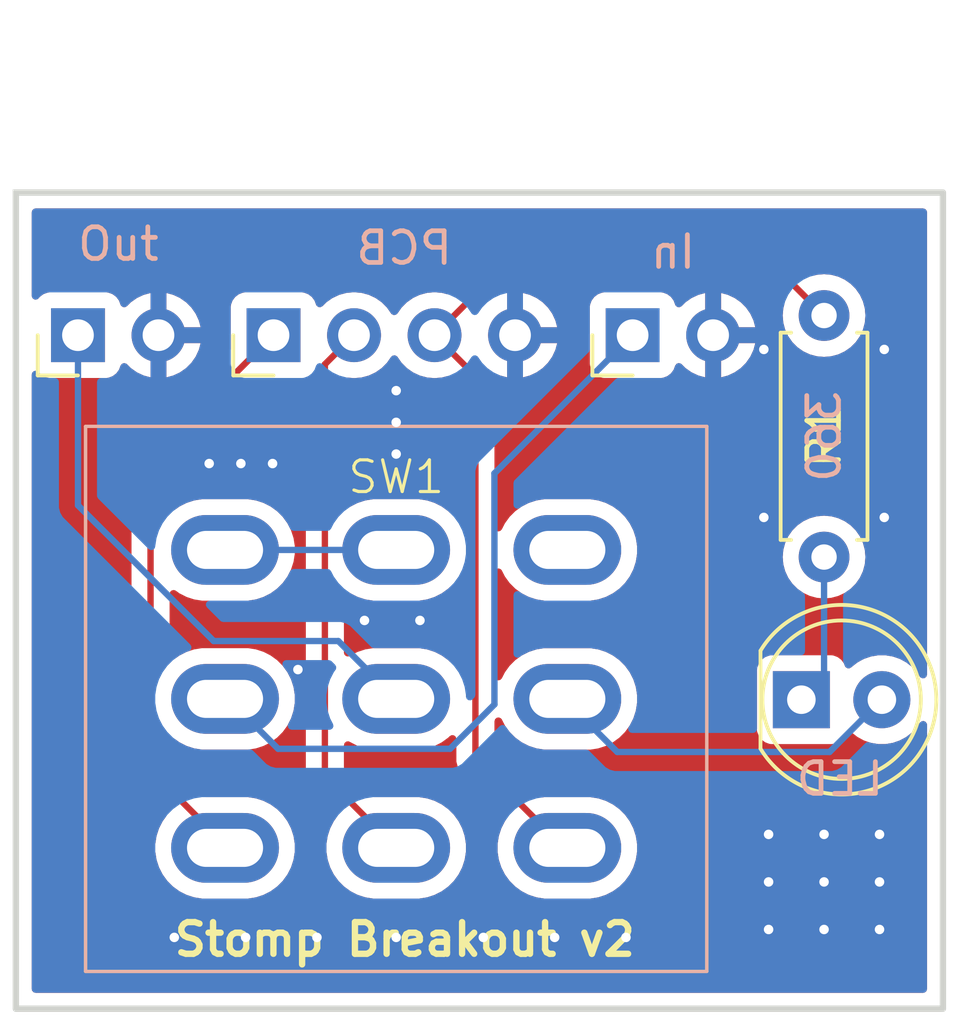
<source format=kicad_pcb>
(kicad_pcb (version 20240108) (generator "pcbnew") (generator_version "8.0")
  (layers (0 "F.Cu" signal) (31 "B.Cu" signal) (34 "B.Paste" user) (35 "F.Paste" user) (36 "B.SilkS" user "B.Silkscreen") (37 "F.SilkS" user "F.Silkscreen") (38 "B.Mask" user) (39 "F.Mask" user) (44 "Edge.Cuts" user))
  (net 0 "")
  (net 1 "Net-(D1-A)")
  (net 2 "Net-(D1-K)")
  (net 3 "Net-(J1-Pin_1)")
  (net 4 "Net-(J2-Pin_1)")
  (net 5 "Net-(J3-Pin_1)")
  (net 6 "Net-(J3-Pin_3)")
  (net 7 "Net-(J3-Pin_2)")
  (net 8 "Net-(SW1-Pad1)")
  (net 10 "GND")
  (footprint "custom library:3PDT Stomp Switch" (layer "F.Cu") (at 158 83.225)
    (property "Reference" "SW1" (at 0 -7 0) (layer "F.SilkS") (effects (font (thickness 0.1))))
    (property "Value" "SW_3PDT" (hide yes))
    (fp_line (start -9.8 -8.6) (end -9.8 8.6) (stroke (width 0.1)) (layer "B.SilkS"))
    (fp_line (start -9.8 -8.6) (end 9.8 -8.6) (stroke (width 0.1)) (layer "B.SilkS"))
    (fp_line (start -9.8 8.6) (end 9.8 8.6) (stroke (width 0.1)) (layer "B.SilkS"))
    (fp_line (start 9.8 -8.6) (end 9.8 8.6) (stroke (width 0.1)) (layer "B.SilkS"))
    (fp_line (start -9.8 -8.6) (end -9.8 8.6) (stroke (width 0.1)) (layer "F.SilkS"))
    (fp_line (start -9.8 -8.6) (end 9.8 -8.6) (stroke (width 0.1)) (layer "F.SilkS"))
    (fp_line (start -9.8 8.6) (end 9.8 8.6) (stroke (width 0.1)) (layer "F.SilkS"))
    (fp_line (start 9.8 -8.6) (end 9.8 8.6) (stroke (width 0.1)) (layer "F.SilkS"))
    (pad "1" thru_hole oval (at -5.4 -4.7) (size 3.4 2.2) (drill oval 2.4 1.2) (layers "*.Cu" "*.Mask") (net 8 "Net-(SW1-Pad1)"))
    (pad "2" thru_hole oval (at 0 -4.7) (size 3.4 2.2) (drill oval 2.4 1.2) (layers "*.Cu" "*.Mask") (net 8 "Net-(SW1-Pad1)"))
    (pad "3" thru_hole oval (at 5.4 -4.7) (size 3.4 2.2) (drill oval 2.4 1.2) (layers "*.Cu" "*.Mask"))
    (pad "4" thru_hole oval (at -5.4 0) (size 3.4 2.2) (drill oval 2.4 1.2) (layers "*.Cu" "*.Mask") (net 3 "Net-(J1-Pin_1)"))
    (pad "5" thru_hole oval (at 0 0) (size 3.4 2.2) (drill oval 2.4 1.2) (layers "*.Cu" "*.Mask") (net 4 "Net-(J2-Pin_1)"))
    (pad "6" thru_hole oval (at 5.4 0) (size 3.4 2.2) (drill oval 2.4 1.2) (layers "*.Cu" "*.Mask") (net 1 "Net-(D1-A)"))
    (pad "7" thru_hole oval (at -5.4 4.7) (size 3.4 2.2) (drill oval 2.4 1.2) (layers "*.Cu" "*.Mask") (net 5 "Net-(J3-Pin_1)"))
    (pad "8" thru_hole oval (at 0 4.7) (size 3.4 2.2) (drill oval 2.4 1.2) (layers "*.Cu" "*.Mask") (net 7 "Net-(J3-Pin_2)"))
    (pad "9" thru_hole oval (at 5.4 4.7) (size 3.4 2.2) (drill oval 2.4 1.2) (layers "*.Cu" "*.Mask") (net 6 "Net-(J3-Pin_3)"))
  )
  (footprint "Connector_PinHeader_2.54mm:PinHeader_1x02_P2.54mm_Horizontal" (layer "F.Cu") (at 165.46 71.75 90)
    (property "Reference" "J1" (hide yes))
    (property "Value" "In" (at 2.625 1.275 0) (layer "B.SilkS") (effects (justify mirror)))
    (fp_line (start -1.27 -1.27) (end 0 -1.27) (stroke (width 0.12)) (layer "F.SilkS"))
    (fp_line (start -1.27 0) (end -1.27 -1.27) (stroke (width 0.12)) (layer "F.SilkS"))
    (pad "1" thru_hole rect (at 0 0 90) (size 1.7 1.7) (drill 1) (layers "*.Cu" "*.Mask") (net 3 "Net-(J1-Pin_1)"))
    (pad "2" thru_hole oval (at 0 2.54 90) (size 1.7 1.7) (drill 1) (layers "*.Cu" "*.Mask") (net 10 "GND"))
  )
  (footprint "Resistor_THT:R_Axial_DIN0207_L6.3mm_D2.5mm_P7.62mm_Horizontal" (layer "F.Cu") (at 171.5 78.75 90)
    (property "Reference" "R1" (at 3.81 0 90) (layer "F.SilkS"))
    (property "Value" "360" (at 3.81 0 90) (layer "B.SilkS") (effects (justify mirror)))
    (fp_line (start 7.08 -1.37) (end 7.08 -1.04) (stroke (width 0.12)) (layer "F.SilkS"))
    (fp_line (start 0.54 -1.37) (end 7.08 -1.37) (stroke (width 0.12)) (layer "F.SilkS"))
    (fp_line (start 0.54 -1.04) (end 0.54 -1.37) (stroke (width 0.12)) (layer "F.SilkS"))
    (fp_line (start 0.54 1.04) (end 0.54 1.37) (stroke (width 0.12)) (layer "F.SilkS"))
    (fp_line (start 7.08 1.37) (end 7.08 1.04) (stroke (width 0.12)) (layer "F.SilkS"))
    (fp_line (start 0.54 1.37) (end 7.08 1.37) (stroke (width 0.12)) (layer "F.SilkS"))
    (pad "1" thru_hole circle (at 0 0 90) (size 1.6 1.6) (drill 0.8) (layers "*.Cu" "*.Mask") (net 2 "Net-(D1-K)"))
    (pad "2" thru_hole oval (at 7.62 0 90) (size 1.6 1.6) (drill 0.8) (layers "*.Cu" "*.Mask") (net 6 "Net-(J3-Pin_3)"))
  )
  (footprint "Connector_PinHeader_2.54mm:PinHeader_1x02_P2.54mm_Horizontal" (layer "F.Cu") (at 147.96 71.75 90)
    (property "Reference" "J2" (hide yes))
    (property "Value" "Out" (at 2.875 1.275 0) (layer "B.SilkS"))
    (fp_line (start -1.27 -1.27) (end 0 -1.27) (stroke (width 0.12)) (layer "F.SilkS"))
    (fp_line (start -1.27 0) (end -1.27 -1.27) (stroke (width 0.12)) (layer "F.SilkS"))
    (pad "1" thru_hole rect (at 0 0 90) (size 1.7 1.7) (drill 1) (layers "*.Cu" "*.Mask") (net 4 "Net-(J2-Pin_1)"))
    (pad "2" thru_hole oval (at 0 2.54 90) (size 1.7 1.7) (drill 1) (layers "*.Cu" "*.Mask") (net 10 "GND"))
  )
  (footprint "Connector_PinHeader_2.54mm:PinHeader_1x04_P2.54mm_Horizontal" (layer "F.Cu") (at 154.13 71.75 90)
    (property "Reference" "J3" (hide yes))
    (property "Value" "PCB" (at 2.75 4.12 180) (layer "B.SilkS") (effects (justify mirror)))
    (fp_line (start -1.27 -1.27) (end 0 -1.27) (stroke (width 0.12)) (layer "F.SilkS"))
    (fp_line (start -1.27 0) (end -1.27 -1.27) (stroke (width 0.12)) (layer "F.SilkS"))
    (pad "1" thru_hole rect (at 0 0 90) (size 1.7 1.7) (drill 1) (layers "*.Cu" "*.Mask") (net 5 "Net-(J3-Pin_1)"))
    (pad "2" thru_hole oval (at 0 2.54 90) (size 1.7 1.7) (drill 1) (layers "*.Cu" "*.Mask") (net 7 "Net-(J3-Pin_2)"))
    (pad "3" thru_hole oval (at 0 5.08 90) (size 1.7 1.7) (drill 1) (layers "*.Cu" "*.Mask") (net 6 "Net-(J3-Pin_3)"))
    (pad "4" thru_hole oval (at 0 7.62 90) (size 1.7 1.7) (drill 1) (layers "*.Cu" "*.Mask") (net 10 "GND"))
  )
  (footprint "LED_THT:LED_D5.0mm" (layer "F.Cu") (at 170.784236 83.25)
    (property "Reference" "D1" (hide yes))
    (property "Value" "LED" (at 1.215764 2.5 0) (layer "B.SilkS") (effects (justify mirror)))
    (fp_line (start -1.29 -1.545) (end -1.29 1.545) (stroke (width 0.12)) (layer "F.SilkS"))
    (fp_arc (start -1.29 -1.54483) (mid 2.072002 -2.880433) (end 4.26 0.000462) (stroke (width 0.12)) (layer "F.SilkS"))
    (fp_arc (start 4.26 -0.000462) (mid 2.072002 2.880433) (end -1.29 1.54483) (stroke (width 0.12)) (layer "F.SilkS"))
    (fp_circle (center 1.27 0) (end 3.77 0) (stroke (width 0.12)) (fill none) (layer "F.SilkS"))
    (pad "1" thru_hole rect (at 0 0) (size 1.8 1.8) (drill 0.9) (layers "*.Cu" "*.Mask") (net 2 "Net-(D1-K)"))
    (pad "2" thru_hole circle (at 2.54 0) (size 1.8 1.8) (drill 0.9) (layers "*.Cu" "*.Mask") (net 1 "Net-(D1-A)"))
  )
  (gr_rect (start 146 67.25) (end 175.25 93) (stroke (width 0.2)) (fill none) (layer "Edge.Cuts"))
  (gr_text "Stomp Breakout v2" (at 150.9 91.4 0) (layer "F.SilkS") (effects (font (size 1 1) (thickness 0.2) (bold yes)) (justify left bottom)))
  (segment (start 164.975 84.9) (end 171.674236 84.9) (width 0.2) (layer "B.Cu") (net 1))
  (segment (start 171.674236 84.9) (end 173.324236 83.25) (width 0.2) (layer "B.Cu") (net 1))
  (segment (start 163.3 83.225) (end 164.975 84.9) (width 0.2) (layer "B.Cu") (net 1))
  (segment (start 171.5 78.75) (end 171.5 82.534236) (width 0.2) (layer "B.Cu") (net 2))
  (segment (start 171.5 82.534236) (end 170.784236 83.25) (width 0.2) (layer "B.Cu") (net 2))
  (segment (start 165.46 71.75) (end 161.1 76.11) (width 0.2) (layer "B.Cu") (net 3))
  (segment (start 161.1 83.4) (end 159.7 84.8) (width 0.2) (layer "B.Cu") (net 3))
  (segment (start 159.7 84.8) (end 154.275 84.8) (width 0.2) (layer "B.Cu") (net 3))
  (segment (start 154.275 84.8) (end 152.7 83.225) (width 0.2) (layer "B.Cu") (net 3))
  (segment (start 161.1 76.11) (end 161.1 83.4) (width 0.2) (layer "B.Cu") (net 3))
  (segment (start 156.175 81.4) (end 158 83.225) (width 0.2) (layer "B.Cu") (net 4))
  (segment (start 152.242679 81.4) (end 156.175 81.4) (width 0.2) (layer "B.Cu") (net 4))
  (segment (start 147.96 77.117321) (end 152.242679 81.4) (width 0.2) (layer "B.Cu") (net 4))
  (segment (start 147.96 71.75) (end 147.96 77.117321) (width 0.2) (layer "B.Cu") (net 4))
  (segment (start 150.25 85.475) (end 152.7 87.925) (width 0.2) (layer "F.Cu") (net 5))
  (segment (start 150.25 75.63) (end 150.25 85.475) (width 0.2) (layer "F.Cu") (net 5))
  (segment (start 154.13 71.75) (end 150.25 75.63) (width 0.2) (layer "F.Cu") (net 5))
  (segment (start 160.5 73.04) (end 160.5 85.125) (width 0.2) (layer "F.Cu") (net 6))
  (segment (start 161.46 69.5) (end 169.87 69.5) (width 0.2) (layer "F.Cu") (net 6))
  (segment (start 159.21 71.75) (end 161.46 69.5) (width 0.2) (layer "F.Cu") (net 6))
  (segment (start 159.21 71.75) (end 160.5 73.04) (width 0.2) (layer "F.Cu") (net 6))
  (segment (start 169.87 69.5) (end 171.5 71.13) (width 0.2) (layer "F.Cu") (net 6))
  (segment (start 160.5 85.125) (end 163.3 87.925) (width 0.2) (layer "F.Cu") (net 6))
  (segment (start 155.75 85.675) (end 158 87.925) (width 0.2) (layer "F.Cu") (net 7))
  (segment (start 155.75 72.67) (end 155.75 85.675) (width 0.2) (layer "F.Cu") (net 7))
  (segment (start 156.67 71.75) (end 155.75 72.67) (width 0.2) (layer "F.Cu") (net 7))
  (segment (start 152.7 78.525) (end 158 78.525) (width 0.2) (layer "B.Cu") (net 8))
  (via (at 151 90.75) (size 0.6) (drill 0.3) (layers "F.Cu" "B.Cu") (net 10))
  (via (at 169.6 72.2) (size 0.6) (drill 0.3) (layers "F.Cu" "B.Cu") (net 10))
  (via (at 154.1 75.8) (size 0.6) (drill 0.3) (layers "F.Cu" "B.Cu") (net 10))
  (via (at 173.25 87.5) (size 0.6) (drill 0.3) (layers "F.Cu" "B.Cu") (net 10))
  (via (at 153.1 75.8) (size 0.6) (drill 0.3) (layers "F.Cu" "B.Cu") (net 10))
  (via (at 157 80.75) (size 0.6) (drill 0.3) (layers "F.Cu" "B.Cu") (net 10))
  (via (at 158 73.5) (size 0.6) (drill 0.3) (layers "F.Cu" "B.Cu") (net 10))
  (via (at 158 75.5) (size 0.6) (drill 0.3) (layers "F.Cu" "B.Cu") (net 10))
  (via (at 155.5 90.75) (size 0.6) (drill 0.3) (layers "F.Cu" "B.Cu") (net 10))
  (via (at 173.4 77.5) (size 0.6) (drill 0.3) (layers "F.Cu" "B.Cu") (net 10))
  (via (at 171.5 89) (size 0.6) (drill 0.3) (layers "F.Cu" "B.Cu") (net 10))
  (via (at 171.5 87.5) (size 0.6) (drill 0.3) (layers "F.Cu" "B.Cu") (net 10))
  (via (at 160.75 90.75) (size 0.6) (drill 0.3) (layers "F.Cu" "B.Cu") (net 10))
  (via (at 158 90.75) (size 0.6) (drill 0.3) (layers "F.Cu" "B.Cu") (net 10))
  (via (at 169.75 87.5) (size 0.6) (drill 0.3) (layers "F.Cu" "B.Cu") (net 10))
  (via (at 169.6 77.5) (size 0.6) (drill 0.3) (layers "F.Cu" "B.Cu") (net 10))
  (via (at 173.4 72.2) (size 0.6) (drill 0.3) (layers "F.Cu" "B.Cu") (net 10))
  (via (at 152.1 75.8) (size 0.6) (drill 0.3) (layers "F.Cu" "B.Cu") (net 10))
  (via (at 163 90.75) (size 0.6) (drill 0.3) (layers "F.Cu" "B.Cu") (net 10))
  (via (at 173.25 90.5) (size 0.6) (drill 0.3) (layers "F.Cu" "B.Cu") (net 10))
  (via (at 153.25 90.75) (size 0.6) (drill 0.3) (layers "F.Cu" "B.Cu") (net 10))
  (via (at 154.9 82.3) (size 0.6) (drill 0.3) (layers "F.Cu" "B.Cu") (net 10))
  (via (at 173.25 89) (size 0.6) (drill 0.3) (layers "F.Cu" "B.Cu") (net 10))
  (via (at 165.25 90.75) (size 0.6) (drill 0.3) (layers "F.Cu" "B.Cu") (net 10))
  (via (at 169.75 89) (size 0.6) (drill 0.3) (layers "F.Cu" "B.Cu") (net 10))
  (via (at 169.75 90.5) (size 0.6) (drill 0.3) (layers "F.Cu" "B.Cu") (net 10))
  (via (at 158.75 80.75) (size 0.6) (drill 0.3) (layers "F.Cu" "B.Cu") (net 10))
  (via (at 158 74.5) (size 0.6) (drill 0.3) (layers "F.Cu" "B.Cu") (net 10))
  (via (at 171.5 90.5) (size 0.6) (drill 0.3) (layers "F.Cu" "B.Cu") (net 10))
  (zone (net 10) (net_name "GND") (layers "F&B.Cu") (connect_pads (clearance 0.5)) (min_thickness 0.25) (fill yes (thermal_gap 0.5) (thermal_bridge_width 0.5) (island_removal_mode 1) (island_area_min 10))
    (polygon (pts (xy 145.5 66.75) (xy 175.75 66.75) (xy 175.75 93.5) (xy 145.5 93.5)))
  )
)
</source>
